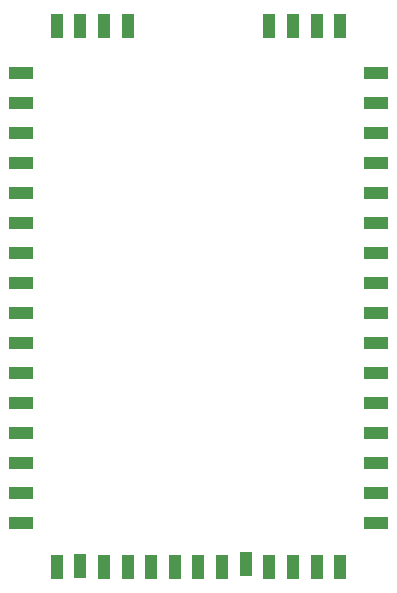
<source format=gbr>
G04 #@! TF.FileFunction,Paste,Top*
%FSLAX46Y46*%
G04 Gerber Fmt 4.6, Leading zero omitted, Abs format (unit mm)*
G04 Created by KiCad (PCBNEW 4.0.6-e0-6349~53~ubuntu14.04.1) date Thu Apr  6 14:16:42 2017*
%MOMM*%
%LPD*%
G01*
G04 APERTURE LIST*
%ADD10C,0.100000*%
%ADD11R,2.000000X1.000000*%
%ADD12R,1.000000X2.000000*%
G04 APERTURE END LIST*
D10*
D11*
X133500000Y-85950000D03*
X133500000Y-88490000D03*
X133500000Y-91030000D03*
X133500000Y-93570000D03*
X133500000Y-96110000D03*
X133500000Y-98650000D03*
X133500000Y-101190000D03*
X133500000Y-103730000D03*
X133500000Y-106270000D03*
X133500000Y-108810000D03*
X133500000Y-111350000D03*
X133500000Y-113890000D03*
X133500000Y-116430000D03*
X133500000Y-118970000D03*
X133500000Y-121510000D03*
X133500000Y-124050000D03*
D12*
X136500000Y-127750000D03*
X138500000Y-127650000D03*
X140500000Y-127750000D03*
X142500000Y-127750000D03*
X144500000Y-127750000D03*
X146500000Y-127750000D03*
X148500000Y-127750000D03*
X150500000Y-127750000D03*
X152500000Y-127500000D03*
X154500000Y-127750000D03*
X156500000Y-127750000D03*
X158500000Y-127750000D03*
X160500000Y-127750000D03*
D11*
X163500000Y-124050000D03*
X163500000Y-121510000D03*
X163500000Y-118970000D03*
X163500000Y-116430000D03*
X163500000Y-113890000D03*
X163500000Y-111350000D03*
X163500000Y-108810000D03*
X163500000Y-106270000D03*
X163500000Y-103730000D03*
X163500000Y-101190000D03*
X163500000Y-98650000D03*
X163500000Y-96110000D03*
X163500000Y-93570000D03*
X163500000Y-91030000D03*
X163500000Y-88490000D03*
X163500000Y-85950000D03*
D12*
X160500000Y-81950000D03*
X158500000Y-81950000D03*
X156500000Y-81950000D03*
X154500000Y-81950000D03*
X142500000Y-81950000D03*
X140500000Y-81950000D03*
X138500000Y-81950000D03*
X136500000Y-81950000D03*
M02*

</source>
